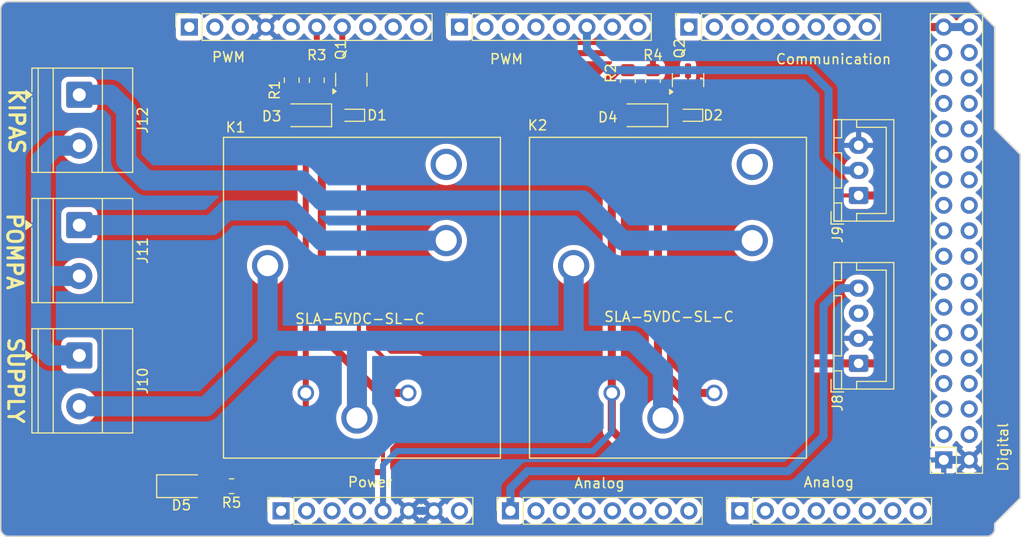
<source format=kicad_pcb>
(kicad_pcb (version 20241229) (generator "pcbnew") (generator_version "9.0")
  (title_block (date "mar. 31 mars 2015"))
  (layers (0 "F.Cu" signal) (2 "B.Cu" signal) (13 "F.Paste" user) (15 "B.Paste" user) (5 "F.SilkS" user "F.Silkscreen") (7 "B.SilkS" user "B.Silkscreen") (1 "F.Mask" user) (3 "B.Mask" user) (25 "Edge.Cuts" user))
  (net 0 "")
  (net 1 "GND")
  (net 2 "/*52")
  (net 3 "/53")
  (net 4 "/50")
  (net 5 "/51")
  (net 6 "/48")
  (net 7 "/49")
  (net 8 "/*46")
  (net 9 "/47")
  (net 10 "/*44")
  (net 11 "/*45")
  (net 12 "/42")
  (net 13 "/43")
  (net 14 "/40")
  (net 15 "/41")
  (net 16 "/38")
  (net 17 "/39")
  (net 18 "/36")
  (net 19 "/37")
  (net 20 "/34")
  (net 21 "/35")
  (net 22 "/32")
  (net 23 "/33")
  (net 24 "/30")
  (net 25 "/31")
  (net 26 "/28")
  (net 27 "/29")
  (net 28 "/26")
  (net 29 "/27")
  (net 30 "/24")
  (net 31 "/25")
  (net 32 "/22")
  (net 33 "/23")
  (net 34 "+5V")
  (net 35 "/IOREF")
  (net 36 "/A0")
  (net 37 "/A1")
  (net 38 "/A2")
  (net 39 "/A3")
  (net 40 "/A4")
  (net 41 "/A5")
  (net 42 "/A6")
  (net 43 "/A7")
  (net 44 "/A8")
  (net 45 "/A9")
  (net 46 "/A10")
  (net 47 "/A11")
  (net 48 "/A12")
  (net 49 "/A13")
  (net 50 "/A14")
  (net 51 "/A15")
  (net 52 "/AREF")
  (net 53 "/*13")
  (net 54 "/*12")
  (net 55 "/*11")
  (net 56 "/*10")
  (net 57 "/*9")
  (net 58 "/*8")
  (net 59 "/*7")
  (net 60 "/*6")
  (net 61 "/*5")
  (net 62 "/*4")
  (net 63 "/*3")
  (net 64 "/*2")
  (net 65 "/TX0{slash}1")
  (net 66 "/RX0{slash}0")
  (net 67 "+3V3")
  (net 68 "/TX3{slash}14")
  (net 69 "/RX3{slash}15")
  (net 70 "/TX2{slash}16")
  (net 71 "/RX2{slash}17")
  (net 72 "/TX1{slash}18")
  (net 73 "/RX1{slash}19")
  (net 74 "/SDA{slash}20")
  (net 75 "/SCL{slash}21")
  (net 76 "VCC")
  (net 77 "/~{RESET}")
  (net 82 "/VEE")
  (net 83 "/VDD")
  (net 84 "/PUMP")
  (net 85 "/FAN")
  (net 86 "Net-(D1-A)")
  (net 87 "Net-(D2-A)")
  (net 88 "Net-(D3-A)")
  (net 89 "Net-(D4-A)")
  (net 90 "Net-(Q1-B)")
  (net 91 "Net-(Q2-B)")
  (net 92 "Net-(D5-A)")
  (footprint "Connector_PinSocket_2.54mm:PinSocket_2x18_P2.54mm_Vertical" (layer "F.Cu") (at 193.98 92.38 180)
    (property "Reference" "J7" (hide yes))
    (property "Value" "Digital" (at -5.92 1.28 90) (layer "F.SilkS"))
    (fp_line (start 1.33 1.27) (end 1.33 44.51) (stroke (width 0.12)) (layer "F.SilkS"))
    (fp_line (start 1.33 -1.33) (end 1.33 0) (stroke (width 0.12)) (layer "F.SilkS"))
    (fp_line (start 0 -1.33) (end 1.33 -1.33) (stroke (width 0.12)) (layer "F.SilkS"))
    (fp_line (start -1.27 1.27) (end 1.33 1.27) (stroke (width 0.12)) (layer "F.SilkS"))
    (fp_line (start -1.27 -1.33) (end -1.27 1.27) (stroke (width 0.12)) (layer "F.SilkS"))
    (fp_line (start -3.87 44.51) (end 1.33 44.51) (stroke (width 0.12)) (layer "F.SilkS"))
    (fp_line (start -3.87 -1.33) (end -1.27 -1.33) (stroke (width 0.12)) (layer "F.SilkS"))
    (fp_line (start -3.87 -1.33) (end -3.87 44.51) (stroke (width 0.12)) (layer "F.SilkS"))
    (pad "1" thru_hole rect (at 0 0 180) (size 1.7 1.7) (drill 1) (layers "*.Cu" "*.Mask") (net 1 "GND"))
    (pad "2" thru_hole circle (at -2.54 0 180) (size 1.7 1.7) (drill 1) (layers "*.Cu" "*.Mask") (net 1 "GND"))
    (pad "3" thru_hole circle (at 0 2.54 180) (size 1.7 1.7) (drill 1) (layers "*.Cu" "*.Mask") (net 2 "/*52"))
    (pad "4" thru_hole circle (at -2.54 2.54 180) (size 1.7 1.7) (drill 1) (layers "*.Cu" "*.Mask") (net 3 "/53"))
    (pad "5" thru_hole circle (at 0 5.08 180) (size 1.7 1.7) (drill 1) (layers "*.Cu" "*.Mask") (net 4 "/50"))
    (pad "6" thru_hole circle (at -2.54 5.08 180) (size 1.7 1.7) (drill 1) (layers "*.Cu" "*.Mask") (net 5 "/51"))
    (pad "7" thru_hole circle (at 0 7.62 180) (size 1.7 1.7) (drill 1) (layers "*.Cu" "*.Mask") (net 6 "/48"))
    (pad "8" thru_hole circle (at -2.54 7.62 180) (size 1.7 1.7) (drill 1) (layers "*.Cu" "*.Mask") (net 7 "/49"))
    (pad "9" thru_hole circle (at 0 10.16 180) (size 1.7 1.7) (drill 1) (layers "*.Cu" "*.Mask") (net 8 "/*46"))
    (pad "10" thru_hole circle (at -2.54 10.16 180) (size 1.7 1.7) (drill 1) (layers "*.Cu" "*.Mask") (net 9 "/47"))
    (pad "11" thru_hole circle (at 0 12.7 180) (size 1.7 1.7) (drill 1) (layers "*.Cu" "*.Mask") (net 10 "/*44"))
    (pad "12" thru_hole circle (at -2.54 12.7 180) (size 1.7 1.7) (drill 1) (layers "*.Cu" "*.Mask") (net 11 "/*45"))
    (pad "13" thru_hole circle (at 0 15.24 180) (size 1.7 1.7) (drill 1) (layers "*.Cu" "*.Mask") (net 12 "/42"))
    (pad "14" thru_hole circle (at -2.54 15.24 180) (size 1.7 1.7) (drill 1) (layers "*.Cu" "*.Mask") (net 13 "/43"))
    (pad "15" thru_hole circle (at 0 17.78 180) (size 1.7 1.7) (drill 1) (layers "*.Cu" "*.Mask") (net 14 "/40"))
    (pad "16" thru_hole circle (at -2.54 17.78 180) (size 1.7 1.7) (drill 1) (layers "*.Cu" "*.Mask") (net 15 "/41"))
    (pad "17" thru_hole circle (at 0 20.32 180) (size 1.7 1.7) (drill 1) (layers "*.Cu" "*.Mask") (net 16 "/38"))
    (pad "18" thru_hole circle (at -2.54 20.32 180) (size 1.7 1.7) (drill 1) (layers "*.Cu" "*.Mask") (net 17 "/39"))
    (pad "19" thru_hole circle (at 0 22.86 180) (size 1.7 1.7) (drill 1) (layers "*.Cu" "*.Mask") (net 18 "/36"))
    (pad "20" thru_hole circle (at -2.54 22.86 180) (size 1.7 1.7) (drill 1) (layers "*.Cu" "*.Mask") (net 19 "/37"))
    (pad "21" thru_hole circle (at 0 25.4 180) (size 1.7 1.7) (drill 1) (layers "*.Cu" "*.Mask") (net 20 "/34"))
    (pad "22" thru_hole circle (at -2.54 25.4 180) (size 1.7 1.7) (drill 1) (layers "*.Cu" "*.Mask") (net 21 "/35"))
    (pad "23" thru_hole circle (at 0 27.94 180) (size 1.7 1.7) (drill 1) (layers "*.Cu" "*.Mask") (net 22 "/32"))
    (pad "24" thru_hole circle (at -2.54 27.94 180) (size 1.7 1.7) (drill 1) (layers "*.Cu" "*.Mask") (net 23 "/33"))
    (pad "25" thru_hole circle (at 0 30.48 180) (size 1.7 1.7) (drill 1) (layers "*.Cu" "*.Mask") (net 24 "/30"))
    (pad "26" thru_hole circle (at -2.54 30.48 180) (size 1.7 1.7) (drill 1) (layers "*.Cu" "*.Mask") (net 25 "/31"))
    (pad "27" thru_hole circle (at 0 33.02 180) (size 1.7 1.7) (drill 1) (layers "*.Cu" "*.Mask") (net 26 "/28"))
    (pad "28" thru_hole circle (at -2.54 33.02 180) (size 1.7 1.7) (drill 1) (layers "*.Cu" "*.Mask") (net 27 "/29"))
    (pad "29" thru_hole circle (at 0 35.56 180) (size 1.7 1.7) (drill 1) (layers "*.Cu" "*.Mask") (net 28 "/26"))
    (pad "30" thru_hole circle (at -2.54 35.56 180) (size 1.7 1.7) (drill 1) (layers "*.Cu" "*.Mask") (net 29 "/27"))
    (pad "31" thru_hole circle (at 0 38.1 180) (size 1.7 1.7) (drill 1) (layers "*.Cu" "*.Mask") (net 30 "/24"))
    (pad "32" thru_hole circle (at -2.54 38.1 180) (size 1.7 1.7) (drill 1) (layers "*.Cu" "*.Mask") (net 31 "/25"))
    (pad "33" thru_hole circle (at 0 40.64 180) (size 1.7 1.7) (drill 1) (layers "*.Cu" "*.Mask") (net 32 "/22"))
    (pad "34" thru_hole circle (at -2.54 40.64 180) (size 1.7 1.7) (drill 1) (layers "*.Cu" "*.Mask") (net 33 "/23"))
    (pad "35" thru_hole circle (at 0 43.18 180) (size 1.7 1.7) (drill 1) (layers "*.Cu" "*.Mask") (net 34 "+5V"))
    (pad "36" thru_hole circle (at -2.54 43.18 180) (size 1.7 1.7) (drill 1) (layers "*.Cu" "*.Mask") (net 34 "+5V"))
  )
  (footprint "Connector_PinSocket_2.54mm:PinSocket_1x08_P2.54mm_Vertical" (layer "F.Cu") (at 127.94 97.46 90)
    (property "Reference" "J1" (hide yes))
    (property "Value" "Power" (at 2.86 8.875 180) (layer "F.SilkS"))
    (fp_line (start 1.33 -1.33) (end 1.33 0) (stroke (width 0.12)) (layer "F.SilkS"))
    (fp_line (start 0 -1.33) (end 1.33 -1.33) (stroke (width 0.12)) (layer "F.SilkS"))
    (fp_line (start 1.33 1.27) (end 1.33 19.11) (stroke (width 0.12)) (layer "F.SilkS"))
    (fp_line (start -1.33 1.27) (end 1.33 1.27) (stroke (width 0.12)) (layer "F.SilkS"))
    (fp_line (start -1.33 1.27) (end -1.33 19.11) (stroke (width 0.12)) (layer "F.SilkS"))
    (fp_line (start -1.33 19.11) (end 1.33 19.11) (stroke (width 0.12)) (layer "F.SilkS"))
    (pad "1" thru_hole rect (at 0 0 90) (size 1.7 1.7) (drill 1) (layers "*.Cu" "*.Mask"))
    (pad "2" thru_hole circle (at 0 2.54 90) (size 1.7 1.7) (drill 1) (layers "*.Cu" "*.Mask") (net 35 "/IOREF"))
    (pad "3" thru_hole circle (at 0 5.08 90) (size 1.7 1.7) (drill 1) (layers "*.Cu" "*.Mask") (net 77 "/~{RESET}"))
    (pad "4" thru_hole circle (at 0 7.62 90) (size 1.7 1.7) (drill 1) (layers "*.Cu" "*.Mask") (net 67 "+3V3"))
    (pad "5" thru_hole circle (at 0 10.16 90) (size 1.7 1.7) (drill 1) (layers "*.Cu" "*.Mask") (net 34 "+5V"))
    (pad "6" thru_hole circle (at 0 12.7 90) (size 1.7 1.7) (drill 1) (layers "*.Cu" "*.Mask") (net 1 "GND"))
    (pad "7" thru_hole circle (at 0 15.24 90) (size 1.7 1.7) (drill 1) (layers "*.Cu" "*.Mask") (net 1 "GND"))
    (pad "8" thru_hole circle (at 0 17.78 90) (size 1.7 1.7) (drill 1) (layers "*.Cu" "*.Mask") (net 76 "VCC"))
  )
  (footprint "Connector_PinSocket_2.54mm:PinSocket_1x08_P2.54mm_Vertical" (layer "F.Cu") (at 150.8 97.46 90)
    (property "Reference" "J3" (hide yes))
    (property "Value" "Analog" (at 2.76 8.875 180) (layer "F.SilkS"))
    (fp_line (start 1.33 -1.33) (end 1.33 0) (stroke (width 0.12)) (layer "F.SilkS"))
    (fp_line (start 0 -1.33) (end 1.33 -1.33) (stroke (width 0.12)) (layer "F.SilkS"))
    (fp_line (start 1.33 1.27) (end 1.33 19.11) (stroke (width 0.12)) (layer "F.SilkS"))
    (fp_line (start -1.33 1.27) (end 1.33 1.27) (stroke (width 0.12)) (layer "F.SilkS"))
    (fp_line (start -1.33 1.27) (end -1.33 19.11) (stroke (width 0.12)) (layer "F.SilkS"))
    (fp_line (start -1.33 19.11) (end 1.33 19.11) (stroke (width 0.12)) (layer "F.SilkS"))
    (pad "1" thru_hole rect (at 0 0 90) (size 1.7 1.7) (drill 1) (layers "*.Cu" "*.Mask") (net 36 "/A0"))
    (pad "2" thru_hole circle (at 0 2.54 90) (size 1.7 1.7) (drill 1) (layers "*.Cu" "*.Mask") (net 37 "/A1"))
    (pad "3" thru_hole circle (at 0 5.08 90) (size 1.7 1.7) (drill 1) (layers "*.Cu" "*.Mask") (net 38 "/A2"))
    (pad "4" thru_hole circle (at 0 7.62 90) (size 1.7 1.7) (drill 1) (layers "*.Cu" "*.Mask") (net 39 "/A3"))
    (pad "5" thru_hole circle (at 0 10.16 90) (size 1.7 1.7) (drill 1) (layers "*.Cu" "*.Mask") (net 40 "/A4"))
    (pad "6" thru_hole circle (at 0 12.7 90) (size 1.7 1.7) (drill 1) (layers "*.Cu" "*.Mask") (net 41 "/A5"))
    (pad "7" thru_hole circle (at 0 15.24 90) (size 1.7 1.7) (drill 1) (layers "*.Cu" "*.Mask") (net 42 "/A6"))
    (pad "8" thru_hole circle (at 0 17.78 90) (size 1.7 1.7) (drill 1) (layers "*.Cu" "*.Mask") (net 43 "/A7"))
  )
  (footprint "Connector_PinSocket_2.54mm:PinSocket_1x08_P2.54mm_Vertical" (layer "F.Cu") (at 173.66 97.46 90)
    (property "Reference" "J5" (hide yes))
    (property "Value" "Analog" (at 2.86 8.875 180) (layer "F.SilkS"))
    (fp_line (start 1.33 -1.33) (end 1.33 0) (stroke (width 0.12)) (layer "F.SilkS"))
    (fp_line (start 0 -1.33) (end 1.33 -1.33) (stroke (width 0.12)) (layer "F.SilkS"))
    (fp_line (start 1.33 1.27) (end 1.33 19.11) (stroke (width 0.12)) (layer "F.SilkS"))
    (fp_line (start -1.33 1.27) (end 1.33 1.27) (stroke (width 0.12)) (layer "F.SilkS"))
    (fp_line (start -1.33 1.27) (end -1.33 19.11) (stroke (width 0.12)) (layer "F.SilkS"))
    (fp_line (start -1.33 19.11) (end 1.33 19.11) (stroke (width 0.12)) (layer "F.SilkS"))
    (pad "1" thru_hole rect (at 0 0 90) (size 1.7 1.7) (drill 1) (layers "*.Cu" "*.Mask") (net 44 "/A8"))
    (pad "2" thru_hole circle (at 0 2.54 90) (size 1.7 1.7) (drill 1) (layers "*.Cu" "*.Mask") (net 45 "/A9"))
    (pad "3" thru_hole circle (at 0 5.08 90) (size 1.7 1.7) (drill 1) (layers "*.Cu" "*.Mask") (net 46 "/A10"))
    (pad "4" thru_hole circle (at 0 7.62 90) (size 1.7 1.7) (drill 1) (layers "*.Cu" "*.Mask") (net 47 "/A11"))
    (pad "5" thru_hole circle (at 0 10.16 90) (size 1.7 1.7) (drill 1) (layers "*.Cu" "*.Mask") (net 48 "/A12"))
    (pad "6" thru_hole circle (at 0 12.7 90) (size 1.7 1.7) (drill 1) (layers "*.Cu" "*.Mask") (net 49 "/A13"))
    (pad "7" thru_hole circle (at 0 15.24 90) (size 1.7 1.7) (drill 1) (layers "*.Cu" "*.Mask") (net 50 "/A14"))
    (pad "8" thru_hole circle (at 0 17.78 90) (size 1.7 1.7) (drill 1) (layers "*.Cu" "*.Mask") (net 51 "/A15"))
  )
  (footprint "Connector_PinSocket_2.54mm:PinSocket_1x10_P2.54mm_Vertical" (layer "F.Cu") (at 118.796 49.2 90)
    (property "Reference" "J2" (hide yes))
    (property "Value" "PWM" (at -3 3.904 180) (layer "F.SilkS"))
    (fp_line (start 1.33 -1.33) (end 1.33 0) (stroke (width 0.12)) (layer "F.SilkS"))
    (fp_line (start 0 -1.33) (end 1.33 -1.33) (stroke (width 0.12)) (layer "F.SilkS"))
    (fp_line (start 1.33 1.27) (end 1.33 24.19) (stroke (width 0.12)) (layer "F.SilkS"))
    (fp_line (start -1.33 1.27) (end 1.33 1.27) (stroke (width 0.12)) (layer "F.SilkS"))
    (fp_line (start -1.33 1.27) (end -1.33 24.19) (stroke (width 0.12)) (layer "F.SilkS"))
    (fp_line (start -1.33 24.19) (end 1.33 24.19) (stroke (width 0.12)) (layer "F.SilkS"))
    (pad "1" thru_hole rect (at 0 0 90) (size 1.7 1.7) (drill 1) (layers "*.Cu" "*.Mask") (net 75 "/SCL{slash}21"))
    (pad "2" thru_hole circle (at 0 2.54 90) (size 1.7 1.7) (drill 1) (layers "*.Cu" "*.Mask") (net 74 "/SDA{slash}20"))
    (pad "3" thru_hole circle (at 0 5.08 90) (size 1.7 1.7) (drill 1) (layers "*.Cu" "*.Mask") (net 52 "/AREF"))
    (pad "4" thru_hole circle (at 0 7.62 90) (size 1.7 1.7) (drill 1) (layers "*.Cu" "*.Mask") (net 1 "GND"))
    (pad "5" thru_hole circle (at 0 10.16 90) (size 1.7 1.7) (drill 1) (layers "*.Cu" "*.Mask") (net 53 "/*13"))
    (pad "6" thru_hole circle (at 0 12.7 90) (size 1.7 1.7) (drill 1) (layers "*.Cu" "*.Mask") (net 54 "/*12"))
    (pad "7" thru_hole circle (at 0 15.24 90) (size 1.7 1.7) (drill 1) (layers "*.Cu" "*.Mask") (net 55 "/*11"))
    (pad "8" thru_hole circle (at 0 17.78 90) (size 1.7 1.7) (drill 1) (layers "*.Cu" "*.Mask") (net 56 "/*10"))
    (pad "9" thru_hole circle (at 0 20.32 90) (size 1.7 1.7) (drill 1) (layers "*.Cu" "*.Mask") (net 57 "/*9"))
    (pad "10" thru_hole circle (at 0 22.86 90) (size 1.7 1.7) (drill 1) (layers "*.Cu" "*.Mask") (net 58 "/*8"))
  )
  (footprint "Connector_PinSocket_2.54mm:PinSocket_1x08_P2.54mm_Vertical" (layer "F.Cu") (at 145.72 49.2 90)
    (property "Reference" "J4" (hide yes))
    (property "Value" "PWM" (at -3.2 4.68 180) (layer "F.SilkS"))
    (fp_line (start 1.33 -1.33) (end 1.33 0) (stroke (width 0.12)) (layer "F.SilkS"))
    (fp_line (start 0 -1.33) (end 1.33 -1.33) (stroke (width 0.12)) (layer "F.SilkS"))
    (fp_line (start 1.33 1.27) (end 1.33 19.11) (stroke (width 0.12)) (layer "F.SilkS"))
    (fp_line (start -1.33 1.27) (end 1.33 1.27) (stroke (width 0.12)) (layer "F.SilkS"))
    (fp_line (start -1.33 1.27) (end -1.33 19.11) (stroke (width 0.12)) (layer "F.SilkS"))
    (fp_line (start -1.33 19.11) (end 1.33 19.11) (stroke (width 0.12)) (layer "F.SilkS"))
    (pad "1" thru_hole rect (at 0 0 90) (size 1.7 1.7) (drill 1) (layers "*.Cu" "*.Mask") (net 59 "/*7"))
    (pad "2" thru_hole circle (at 0 2.54 90) (size 1.7 1.7) (drill 1) (layers "*.Cu" "*.Mask") (net 60 "/*6"))
    (pad "3" thru_hole circle (at 0 5.08 90) (size 1.7 1.7) (drill 1) (layers "*.Cu" "*.Mask") (net 61 "/*5"))
    (pad "4" thru_hole circle (at 0 7.62 90) (size 1.7 1.7) (drill 1) (layers "*.Cu" "*.Mask") (net 62 "/*4"))
    (pad "5" thru_hole circle (at 0 10.16 90) (size 1.7 1.7) (drill 1) (layers "*.Cu" "*.Mask") (net 63 "/*3"))
    (pad "6" thru_hole circle (at 0 12.7 90) (size 1.7 1.7) (drill 1) (layers "*.Cu" "*.Mask") (net 64 "/*2"))
    (pad "7" thru_hole circle (at 0 15.24 90) (size 1.7 1.7) (drill 1) (layers "*.Cu" "*.Mask") (net 65 "/TX0{slash}1"))
    (pad "8" thru_hole circle (at 0 17.78 90) (size 1.7 1.7) (drill 1) (layers "*.Cu" "*.Mask") (net 66 "/RX0{slash}0"))
  )
  (footprint "Connector_PinSocket_2.54mm:PinSocket_1x08_P2.54mm_Vertical" (layer "F.Cu") (at 168.58 49.2 90)
    (property "Reference" "J6" (hide yes))
    (property "Value" "Communication" (at -3.2 14.42 180) (layer "F.SilkS"))
    (fp_line (start 1.33 -1.33) (end 1.33 0) (stroke (width 0.12)) (layer "F.SilkS"))
    (fp_line (start 0 -1.33) (end 1.33 -1.33) (stroke (width 0.12)) (layer "F.SilkS"))
    (fp_line (start 1.33 1.27) (end 1.33 19.11) (stroke (width 0.12)) (layer "F.SilkS"))
    (fp_line (start -1.33 1.27) (end 1.33 1.27) (stroke (width 0.12)) (layer "F.SilkS"))
    (fp_line (start -1.33 1.27) (end -1.33 19.11) (stroke (width 0.12)) (layer "F.SilkS"))
    (fp_line (start -1.33 19.11) (end 1.33 19.11) (stroke (width 0.12)) (layer "F.SilkS"))
    (pad "1" thru_hole rect (at 0 0 90) (size 1.7 1.7) (drill 1) (layers "*.Cu" "*.Mask") (net 68 "/TX3{slash}14"))
    (pad "2" thru_hole circle (at 0 2.54 90) (size 1.7 1.7) (drill 1) (layers "*.Cu" "*.Mask") (net 69 "/RX3{slash}15"))
    (pad "3" thru_hole circle (at 0 5.08 90) (size 1.7 1.7) (drill 1) (layers "*.Cu" "*.Mask") (net 70 "/TX2{slash}16"))
    (pad "4" thru_hole circle (at 0 7.62 90) (size 1.7 1.7) (drill 1) (layers "*.Cu" "*.Mask") (net 71 "/RX2{slash}17"))
    (pad "5" thru_hole circle (at 0 10.16 90) (size 1.7 1.7) (drill 1) (layers "*.Cu" "*.Mask") (net 72 "/TX1{slash}18"))
    (pad "6" thru_hole circle (at 0 12.7 90) (size 1.7 1.7) (drill 1) (layers "*.Cu" "*.Mask") (net 73 "/RX1{slash}19"))
    (pad "7" thru_hole circle (at 0 15.24 90) (size 1.7 1.7) (drill 1) (layers "*.Cu" "*.Mask"))
    (pad "8" thru_hole circle (at 0 17.78 90) (size 1.7 1.7) (drill 1) (layers "*.Cu" "*.Mask"))
  )
  (footprint "Diode_SMD:D_SOD-523" (layer "F.Cu") (at 135 58 180)
    (property "Reference" "D1" (at -2.5 0 0) (layer "F.SilkS"))
    (property "Value" "1N4148WT")
    (fp_line (start 0.7 0.6) (end -1.26 0.6) (stroke (width 0.12)) (layer "F.SilkS"))
    (fp_line (start 0.7 -0.6) (end -1.26 -0.6) (stroke (width 0.12)) (layer "F.SilkS"))
    (fp_line (start -1.26 -0.6) (end -1.26 0.6) (stroke (width 0.12)) (layer "F.SilkS"))
    (pad "1" smd roundrect (at -0.7 0) (size 0.6 0.7) (layers "F.Cu" "F.Mask" "F.Paste") (net 34 "+5V"))
    (pad "2" smd roundrect (at 0.7 0) (size 0.6 0.7) (layers "F.Cu" "F.Mask" "F.Paste") (net 86 "Net-(D1-A)"))
  )
  (footprint "Resistor_SMD:R_0805_2012Metric_Pad1.20x1.40mm_HandSolder" (layer "F.Cu") (at 129 54.5 -90)
    (property "Reference" "R1" (at 1 1.7 90) (layer "F.SilkS"))
    (property "Value" "1K")
    (fp_line (start -0.227064 0.735) (end 0.227064 0.735) (stroke (width 0.12)) (layer "F.SilkS"))
    (fp_line (start -0.227064 -0.735) (end 0.227064 -0.735) (stroke (width 0.12)) (layer "F.SilkS"))
    (pad "1" smd roundrect (at -1 0 270) (size 1.2 1.4) (layers "F.Cu" "F.Mask" "F.Paste") (roundrect_rratio 0.208333) (net 34 "+5V"))
    (pad "2" smd roundrect (at 1 0 270) (size 1.2 1.4) (layers "F.Cu" "F.Mask" "F.Paste") (roundrect_rratio 0.208333) (net 88 "Net-(D3-A)"))
  )
  (footprint "TerminalBlock_Phoenix:TerminalBlock_Phoenix_MKDS-1,5-2-5.08_1x02_P5.08mm_Horizontal" (layer "F.Cu") (at 107.8275 55.955 -90)
    (property "Reference" "J12" (at 2.54 -6.32 90) (layer "F.SilkS"))
    (property "Value" "KIPAS")
    (fp_line (start -2.66 4.72) (end -0.3 4.72) (stroke (width 0.12)) (layer "F.SilkS"))
    (fp_line (start 0.3 4.72) (end 7.74 4.72) (stroke (width 0.12)) (layer "F.SilkS"))
    (fp_line (start -2.66 4.1) (end 7.74 4.1) (stroke (width 0.12)) (layer "F.SilkS"))
    (fp_line (start -2.66 2.6) (end 7.74 2.6) (stroke (width 0.12)) (layer "F.SilkS"))
    (fp_line (start -2.66 -2.3) (end 7.74 -2.3) (stroke (width 0.12)) (layer "F.SilkS"))
    (fp_line (start -2.66 -5.32) (end -2.66 4.72) (stroke (width 0.12)) (layer "F.SilkS"))
    (fp_line (start -2.66 -5.32) (end 7.74 -5.32) (stroke (width 0.12)) (layer "F.SilkS"))
    (fp_line (start 7.74 -5.32) (end 7.74 4.72) (stroke (width 0.12)) (layer "F.SilkS"))
    (fp_poly (pts (xy 0 4.72) (xy 0.44 5.33) (xy -0.44 5.33)) (stroke (width 0.12)) (fill yes) (layer "F.SilkS"))
    (pad "1" thru_hole roundrect (at 0 0 270) (size 2.6 2.6) (drill 1.3) (layers "*.Cu" "*.Mask") (roundrect_rratio 0.096154) (net 85 "/FAN"))
    (pad "2" thru_hole circle (at 5.08 0 270) (size 2.6 2.6) (drill 1.3) (layers "*.Cu" "*.Mask") (net 82 "/VEE"))
  )
  (footprint "Package_TO_SOT_SMD:SOT-23" (layer "F.Cu") (at 168.5 54.5 90)
    (property "Reference" "Q2" (at 3.1625 -0.85 90) (layer "F.SilkS"))
    (property "Value" "SS8050")
    (fp_line (start 0 -1.56) (end 0.65 -1.56) (stroke (width 0.12)) (layer "F.SilkS"))
    (fp_line (start 0 -1.56) (end -0.65 -1.56) (stroke (width 0.12)) (layer "F.SilkS"))
    (fp_line (start 0 1.56) (end 0.65 1.56) (stroke (width 0.12)) (layer "F.SilkS"))
    (fp_line (start 0 1.56) (end -0.65 1.56) (stroke (width 0.12)) (layer "F.SilkS"))
    (fp_poly (pts (xy -1.1625 -1.51) (xy -1.4025 -1.84) (xy -0.9225 -1.84)) (stroke (width 0.12)) (fill yes) (layer "F.SilkS"))
    (pad "1" smd roundrect (at -0.9375 -0.95 90) (size 1.475 0.6) (layers "F.Cu" "F.Mask" "F.Paste") (net 91 "Net-(Q2-B)"))
    (pad "2" smd roundrect (at -0.9375 0.95 90) (size 1.475 0.6) (layers "F.Cu" "F.Mask" "F.Paste") (net 1 "GND"))
    (pad "3" smd roundrect (at 0.9375 0 90) (size 1.475 0.6) (layers "F.Cu" "F.Mask" "F.Paste") (net 87 "Net-(D2-A)"))
  )
  (footprint "Resistor_SMD:R_0805_2012Metric_Pad1.20x1.40mm_HandSolder" (layer "F.Cu") (at 131.5 54.5 -90)
    (property "Reference" "R3" (at -2.5 0 180) (layer "F.SilkS"))
    (property "Value" "1K")
    (fp_line (start -0.227064 0.735) (end 0.227064 0.735) (stroke (width 0.12)) (layer "F.SilkS"))
    (fp_line (start -0.227064 -0.735) (end 0.227064 -0.735) (stroke (width 0.12)) (layer "F.SilkS"))
    (pad "1" smd roundrect (at -1 0 270) (size 1.2 1.4) (layers "F.Cu" "F.Mask" "F.Paste") (roundrect_rratio 0.208333) (net 54 "/*12"))
    (pad "2" smd roundrect (at 1 0 270) (size 1.2 1.4) (layers "F.Cu" "F.Mask" "F.Paste") (roundrect_rratio 0.208333) (net 90 "Net-(Q1-B)"))
  )
  (footprint "Connector_JST:JST_XH_B4B-XH-A_1x04_P2.50mm_Vertical" (layer "F.Cu") (at 185.5 82.75 90)
    (property "Reference" "J8" (at -3.95 -2.1 90) (layer "F.SilkS"))
    (property "Value" "Sensor YL-69")
    (fp_line (start -1.6 -2.75) (end -2.85 -2.75) (stroke (width 0.12)) (layer "F.SilkS"))
    (fp_line (start -2.85 -2.75) (end -2.85 -1.5) (stroke (width 0.12)) (layer "F.SilkS"))
    (fp_line (start 10.06 -2.46) (end -2.56 -2.46) (stroke (width 0.12)) (layer "F.SilkS"))
    (fp_line (start -2.56 -2.46) (end -2.56 3.51) (stroke (width 0.12)) (layer "F.SilkS"))
    (fp_line (start 10.05 -2.45) (end 8.25 -2.45) (stroke (width 0.12)) (layer "F.SilkS"))
    (fp_line (start 8.25 -2.45) (end 8.25 -1.7) (stroke (width 0.12)) (layer "F.SilkS"))
    (fp_line (start 6.75 -2.45) (end 0.75 -2.45) (stroke (width 0.12)) (layer "F.SilkS"))
    (fp_line (start 0.75 -2.45) (end 0.75 -1.7) (stroke (width 0.12)) (layer "F.SilkS"))
    (fp_line (start -0.75 -2.45) (end -2.55 -2.45) (stroke (width 0.12)) (layer "F.SilkS"))
    (fp_line (start -2.55 -2.45) (end -2.55 -1.7) (stroke (width 0.12)) (layer "F.SilkS"))
    (fp_line (start 10.05 -1.7) (end 10.05 -2.45) (stroke (width 0.12)) (layer "F.SilkS"))
    (fp_line (start 8.25 -1.7) (end 10.05 -1.7) (stroke (width 0.12)) (layer "F.SilkS"))
    (fp_line (start 6.75 -1.7) (end 6.75 -2.45) (stroke (width 0.12)) (layer "F.SilkS"))
    (fp_line (start 0.75 -1.7) (end 6.75 -1.7) (stroke (width 0.12)) (layer "F.SilkS"))
    (fp_line (start -0.75 -1.7) (end -0.75 -2.45) (stroke (width 0.12)) (layer "F.SilkS"))
    (fp_line (start -2.55 -1.7) (end -0.75 -1.7) (stroke (width 0.12)) (layer "F.SilkS"))
    (fp_line (start 10.05 -0.2) (end 9.3 -0.2) (stroke (width 0.12)) (layer "F.SilkS"))
    (fp_line (start 9.3 -0.2) (end 9.3 2.75) (stroke (width 0.12)) (layer "F.SilkS"))
    (fp_line (start -1.8 -0.2) (end -1.8 2.75) (stroke (width 0.12)) (layer "F.SilkS"))
    (fp_line (start -2.55 -0.2) (end -1.8 -0.2) (stroke (width 0.12)) (layer "F.SilkS"))
    (fp_line (start 9.3 2.75) (end 3.75 2.75) (stroke (width 0.12)) (layer "F.SilkS"))
    (fp_line (start -1.8 2.75) (end 3.75 2.75) (stroke (width 0.12)) (layer "F.SilkS"))
    (fp_line (start 10.06 3.51) (end 10.06 -2.46) (stroke (width 0.12)) (layer "F.SilkS"))
    (fp_line (start -2.56 3.51) (end 10.06 3.51) (stroke (width 0.12)) (layer "F.SilkS"))
    (pad "1" thru_hole roundrect (at 0 0 90) (size 1.7 1.95) (drill 0.95) (layers "*.Cu" "*.Mask") (roundrect_rratio 0.147059) (net 34 "+5V"))
    (pad "2" thru_hole oval (at 2.5 0 90) (size 1.7 1.95) (drill 0.95) (layers "*.Cu" "*.Mask") (net 1 "GND"))
    (pad "3" thru_hole oval (at 5 0 90) (size 1.7 1.95) (drill 0.95) (layers "*.Cu" "*.Mask"))
    (pad "4" thru_hole oval (at 7.5 0 90) (size 1.7 1.95) (drill 0.95) (layers "*.Cu" "*.Mask") (net 36 "/A0"))
  )
  (footprint "TerminalBlock_Phoenix:TerminalBlock_Phoenix_MKDS-1,5-2-5.08_1x02_P5.08mm_Horizontal" (layer "F.Cu") (at 107.8275 68.955 -90)
    (property "Reference" "J11" (at 2.54 -6.32 90) (layer "F.SilkS"))
    (property "Value" "POMPA")
    (fp_line (start -2.66 4.72) (end -0.3 4.72) (stroke (width 0.12)) (layer "F.SilkS"))
    (fp_line (start 0.3 4.72) (end 7.74 4.72) (stroke (width 0.12)) (layer "F.SilkS"))
    (fp_line (start -2.66 4.1) (end 7.74 4.1) (stroke (width 0.12)) (layer "F.SilkS"))
    (fp_line (start -2.66 2.6) (end 7.74 2.6) (stroke (width 0.12)) (layer "F.SilkS"))
    (fp_line (start -2.66 -2.3) (end 7.74 -2.3) (stroke (width 0.12)) (layer "F.SilkS"))
    (fp_line (start -2.66 -5.32) (end -2.66 4.72) (stroke (width 0.12)) (layer "F.SilkS"))
    (fp_line (start -2.66 -5.32) (end 7.74 -5.32) (stroke (width 0.12)) (layer "F.SilkS"))
    (fp_line (start 7.74 -5.32) (end 7.74 4.72) (stroke (width 0.12)) (layer "F.SilkS"))
    (fp_poly (pts (xy 0 4.72) (xy 0.44 5.33) (xy -0.44 5.33)) (stroke (width 0.12)) (fill yes) (layer "F.SilkS"))
    (pad "1" thru_hole roundrect (at 0 0 270) (size 2.6 2.6) (drill 1.3) (layers "*.Cu" "*.Mask") (roundrect_rratio 0.096154) (net 84 "/PUMP"))
    (pad "2" thru_hole circle (at 5.08 0 270) (size 2.6 2.6) (drill 1.3) (layers "*.Cu" "*.Mask") (net 82 "/VEE"))
  )
  (footprint "SLA-12VDC-SL-C:RELAY_SLA-12VDC-SL-C" (layer "F.Cu") (at 135.5 70.5)
    (property "Reference" "K1" (at -12.1 -11.3 0) (layer "F.SilkS"))
    (property "Value" "SLA-5VDC-SL-C" (at 0.3 7.8 0) (layer "F.SilkS"))
    (fp_line (start -13.3 -10.3) (end 14.3 -10.3) (stroke (width 0.127)) (layer "F.SilkS"))
    (fp_line (start -13.3 21.7) (end -13.3 -10.3) (stroke (width 0.127)) (layer "F.SilkS"))
    (fp_line (start 14.3 -10.3) (end 14.3 21.7) (stroke (width 0.127)) (layer "F.SilkS"))
    (fp_line (start 14.3 21.7) (end -13.3 21.7) (stroke (width 0.127)) (layer "F.SilkS"))
    (pad "C1" thru_hole circle (at -5.1 15.2) (size 1.65 1.65) (drill 1.1) (layers "*.Cu" "*.Mask") (net 34 "+5V"))
    (pad "C2" thru_hole circle (at 5.1 15.2) (size 1.65 1.65) (drill 1.1) (layers "*.Cu" "*.Mask") (net 86 "Net-(D1-A)"))
    (pad "COM1" thru_hole circle (at 0 17.7) (size 3.116 3.116) (drill 2.1) (layers "*.Cu" "*.Mask") (net 83 "/VDD"))
    (pad "COM2" thru_hole circle (at -8.9 2.5) (size 3.116 3.116) (drill 2.1) (layers "*.Cu" "*.Mask") (net 83 "/VDD"))
    (pad "NC" thru_hole circle (at 8.9 -7.6) (size 3.116 3.116) (drill 2.1) (layers "*.Cu" "*.Mask"))
    (pad "NO" thru_hole circle (at 8.9 0) (size 3.116 3.116) (drill 2.1) (layers "*.Cu" "*.Mask") (net 84 "/PUMP"))
  )
  (footprint "Resistor_SMD:R_0805_2012Metric_Pad1.20x1.40mm_HandSolder" (layer "F.Cu") (at 165 54.5 -90)
    (property "Reference" "R4" (at -2.5 0 180) (layer "F.SilkS"))
    (property "Value" "1K")
    (fp_line (start -0.227064 0.735) (end 0.227064 0.735) (stroke (width 0.12)) (layer "F.SilkS"))
    (fp_line (start -0.227064 -0.735) (end 0.227064 -0.735) (stroke (width 0.12)) (layer "F.SilkS"))
    (pad "1" smd roundrect (at -1 0 270) (size 1.2 1.4) (layers "F.Cu" "F.Mask" "F.Paste") (roundrect_rratio 0.208333) (net 55 "/*11"))
    (pad "2" smd roundrect (at 1 0 270) (size 1.2 1.4) (layers "F.Cu" "F.Mask" "F.Paste") (roundrect_rratio 0.208333) (net 91 "Net-(Q2-B)"))
  )
  (footprint "Diode_SMD:D_SOD-523" (layer "F.Cu") (at 168.7 58 180)
    (property "Reference" "D2" (at -2.3 0 0) (layer "F.SilkS"))
    (property "Value" "1N4148WT")
    (fp_line (start 0.7 0.6) (end -1.26 0.6) (stroke (width 0.12)) (layer "F.SilkS"))
    (fp_line (start 0.7 -0.6) (end -1.26 -0.6) (stroke (width 0.12)) (layer "F.SilkS"))
    (fp_line (start -1.26 -0.6) (end -1.26 0.6) (stroke (width 0.12)) (layer "F.SilkS"))
    (pad "1" smd roundrect (at -0.7 0) (size 0.6 0.7) (layers "F.Cu" "F.Mask" "F.Paste") (net 34 "+5V"))
    (pad "2" smd roundrect (at 0.7 0) (size 0.6 0.7) (layers "F.Cu" "F.Mask" "F.Paste") (net 87 "Net-(D2-A)"))
  )
  (footprint "LED_SMD:LED_1206_3216Metric_Pad1.42x1.75mm_HandSolder" (layer "F.Cu") (at 164.0125 58 180)
    (property "Reference" "D4" (at 3.5125 -0.2 0) (layer "F.SilkS"))
    (property "Value" "LED")
    (fp_line (start 1.6 -1.135) (end -2.46 -1.135) (stroke (width 0.12)) (layer "F.SilkS"))
    (fp_line (start -2.46 1.135) (end 1.6 1.135) (stroke (width 0.12)) (layer "F.SilkS"))
    (fp_line (start -2.46 -1.135) (end -2.46 1.135) (stroke (width 0.12)) (layer "F.SilkS"))
    (pad "1" smd roundrect (at -1.4875 0 180) (size 1.425 1.75) (layers "F.Cu" "F.Mask" "F.Paste") (roundrect_rratio 0.175439) (net 87 "Net-(D2-A)"))
    (pad "2" smd roundrect (at 1.4875 0 180) (size 1.425 1.75) (layers "F.Cu" "F.Mask" "F.Paste") (roundrect_rratio 0.175439) (net 89 "Net-(D4-A)"))
  )
  (footprint "Package_TO_SOT_SMD:SOT-23" (layer "F.Cu") (at 134.9375 54.45 90)
    (property "Reference" "Q1" (at 2.9625 -1.05 90) (layer "F.SilkS"))
    (property "Value" "SS8050")
    (fp_line (start 0 -1.56) (end 0.65 -1.56) (stroke (width 0.12)) (layer "F.SilkS"))
    (fp_line (start 0 -1.56) (end -0.65 -1.56) (stroke (width 0.12)) (layer "F.SilkS"))
    (fp_line (start 0 1.56) (end 0.65 1.56) (stroke (width 0.12)) (layer "F.SilkS"))
    (fp_line (start 0 1.56) (end -0.65 1.56) (stroke (width 0.12)) (layer "F.SilkS"))
    (fp_poly (pts (xy -1.1625 -1.51) (xy -1.4025 -1.84) (xy -0.9225 -1.84)) (stroke (width 0.12)) (fill yes) (layer "F.SilkS"))
    (pad "1" smd roundrect (at -0.9375 -0.95 90) (size 1.475 0.6) (layers "F.Cu" "F.Mask" "F.Paste") (net 90 "Net-(Q1-B)"))
    (pad "2" smd roundrect (at -0.9375 0.95 90) (size 1.475 0.6) (layers "F.Cu" "F.Mask" "F.Paste") (net 1 "GND"))
    (pad "3" smd roundrect (at 0.9375 0 90) (size 1.475 0.6) (layers "F.Cu" "F.Mask" "F.Paste") (net 86 "Net-(D1-A)"))
  )
  (footprint "SLA-12VDC-SL-C:RELAY_SLA-12VDC-SL-C" (layer "F.Cu") (at 166 70.5)
    (property "Reference" "K2" (at -12.5 -11.5 0) (layer "F.SilkS"))
    (property "Value" "SLA-5VDC-SL-C" (at 0.6 7.6 0) (layer "F.SilkS"))
    (fp_line (start -13.3 -10.3) (end 14.3 -10.3) (stroke (width 0.127)) (layer "F.SilkS"))
    (fp_line (start -13.3 21.7) (end -13.3 -10.3) (stroke (width 0.127)) (layer "F.SilkS"))
    (fp_line (start 14.3 -10.3) (end 14.3 21.7) (stroke (width 0.127)) (layer "F.SilkS"))
    (fp_line (start 14.3 21.7) (end -13.3 21.7) (stroke (width 0.127)) (layer "F.SilkS"))
    (pad "C1" thru_hole circle (at -5.1 15.2) (size 1.65 1.65) (drill 1.1) (layers "*.Cu" "*.Mask") (net 34 "+5V"))
    (pad "C2" thru_hole circle (at 5.1 15.2) (size 1.65 1.65) (drill 1.1) (layers "*.Cu" "*.Mask") (net 87 "Net-(D2-A)"))
    (pad "COM1" thru_hole circle (at 0 17.7) (size 3.116 3.116) (drill 2.1) (layers "*.Cu" "*.Mask") (net 83 "/VDD"))
    (pad "COM2" thru_hole circle (at -8.9 2.5) (size 3.116 3.116) (drill 2.1) (layers "*.Cu" "*.Mask") (net 83 "/VDD"))
    (pad "NC" thru_hole circle (at 8.9 -7.6) (size 3.116 3.116) (drill 2.1) (layers "*.Cu" "*.Mask"))
    (pad "NO" thru_hole circle (at 8.9 0) (size 3.116 3.116) (drill 2.1) (layers "*.Cu" "*.Mask") (net 85 "/FAN"))
  )
  (footprint "TerminalBlock_Phoenix:TerminalBlock_Phoenix_MKDS-1,5-2-5.08_1x02_P5.08mm_Horizontal" (layer "F.Cu") (at 107.8275 81.955 -90)
    (property "Reference" "J10" (at 2.54 -6.32 90) (layer "F.SilkS"))
    (property "Value" "SUPPLY")
    (fp_line (start -2.66 4.72) (end -0.3 4.72) (stroke (width 0.12)) (layer "F.SilkS"))
    (fp_line (start 0.3 4.72) (end 7.74 4.72) (stroke (width 0.12)) (layer "F.SilkS"))
    (fp_line (start -2.66 4.1) (end 7.74 4.1) (stroke (width 0.12)) (layer "F.SilkS"))
    (fp_line (start -2.66 2.6) (end 7.74 2.6) (stroke (width 0.12)) (layer "F.SilkS"))
    (fp_line (start -2.66 -2.3) (end 7.74 -2.3) (stroke (width 0.12)) (layer "F.SilkS"))
    (fp_line (start -2.66 -5.32) (end -2.66 4.72) (stroke (width 0.12)) (layer "F.SilkS"))
    (fp_line (start -2.66 -5.32) (end 7.74 -5.32) (stroke (width 0.12)) (layer "F.SilkS"))
    (fp_line (start 7.74 -5.32) (end 7.74 4.72) (stroke (width 0.12)) (layer "F.SilkS"))
    (fp_poly (pts (xy 0 4.72) (xy 0.44 5.33) (xy -0.44 5.33)) (stroke (width 0.12)) (fill yes) (layer "F.SilkS"))
    (pad "1" thru_hole roundrect (at 0 0 270) (size 2.6 2.6) (drill 1.3) (layers "*.Cu" "*.Mask") (roundrect_rratio 0.096154) (net 82 "/VEE"))
    (pad "2" thru_hole circle (at 5.08 0 270) (size 2.6 2.6) (drill 1.3) (layers "*.Cu" "*.Mask") (net 83 "/VDD"))
  )
  (footprint "Resistor_SMD:R_0805_2012Metric_Pad1.20x1.40mm_HandSolder" (layer "F.Cu") (at 162.5 54.5 -90)
    (property "Reference" "R2" (at -0.7 1.7 90) (layer "F.SilkS"))
    (property "Value" "1K")
    (fp_line (start -0.227064 0.735) (end 0.227064 0.735) (stroke (width 0.12)) (layer "F.SilkS"))
    (fp_line (start -0.227064 -0.735) (end 0.227064 -0.735) (stroke (width 0.12)) (layer "F.SilkS"))
    (pad "1" smd roundrect (at -1 0 270) (size 1.2 1.4) (layers "F.Cu" "F.Mask" "F.Paste") (roundrect_rratio 0.208333) (net 34 "+5V"))
    (pad "2" smd roundrect (at 1 0 270) (size 1.2 1.4) (layers "F.Cu" "F.Mask" "F.Paste") (roundrect_rratio 0.208333) (net 89 "Net-(D4-A)"))
  )
  (footprint "Resistor_SMD:R_0805_2012Metric_Pad1.20x1.40mm_HandSolder" (layer "F.Cu") (at 123 95 180)
    (property "Reference" "R5" (at 0 -1.65 0) (layer "F.SilkS"))
    (property "Value" "1K")
    (fp_line (start -0.227064 0.735) (end 0.227064 0.735) (stroke (width 0.12)) (layer "F.SilkS"))
    (fp_line (start -0.227064 -0.735) (end 0.227064 -0.735) (stroke (width 0.12)) (layer "F.SilkS"))
    (pad "1" smd roundrect (at -1 0 180) (size 1.2 1.4) (layers "F.Cu" "F.Mask" "F.Paste") (roundrect_rratio 0.208333) (net 34 "+5V"))
    (pad "2" smd roundrect (at 1 0 180) (size 1.2 1.4) (layers "F.Cu" "F.Mask" "F.Paste") (roundrect_rratio 0.208333) (net 92 "Net-(D5-A)"))
  )
  (footprint "LED_SMD:LED_1206_3216Metric_Pad1.42x1.75mm_HandSolder" (layer "F.Cu") (at 118 95)
    (property "Reference" "D5" (at 0 1.9 0) (layer "F.SilkS"))
    (property "Value" "LED")
    (fp_line (start -2.46 -1.135) (end -2.46 1.135) (stroke (width 0.12)) (layer "F.SilkS"))
    (fp_line (start -2.46 1.135) (end 1.6 1.135) (stroke (width 0.12)) (layer "F.SilkS"))
    (fp_line (start 1.6 -1.135) (end -2.46 -1.135) (stroke (width 0.12)) (layer "F.SilkS"))
    (pad "1" smd roundrect (at -1.4875 0) (size 1.425 1.75) (layers "F.Cu" "F.Mask" "F.Paste") (roundrect_rratio 0.175439) (net 1 "GND"))
    (pad "2" smd roundrect (at 1.4875 0) (size 1.425 1.75) (layers "F.Cu" "F.Mask" "F.Paste") (roundrect_rratio 0.175439) (net 92 "Net-(D5-A)"))
  )
  (footprint "Connector_JST:JST_XH_B3B-XH-A_1x03_P2.50mm_Vertical" (layer "F.Cu") (at 185.5 66 90)
    (property "Reference" "J9" (at -3.9 -2.1 90) (layer "F.SilkS"))
    (property "Value" "Sensor DHT-11")
    (fp_line (start -1.6 -2.75) (end -2.85 -2.75) (stroke (width 0.12)) (layer "F.SilkS"))
    (fp_line (start -2.85 -2.75) (end -2.85 -1.5) (stroke (width 0.12)) (layer "F.SilkS"))
    (fp_line (start 7.56 -2.46) (end -2.56 -2.46) (stroke (width 0.12)) (layer "F.SilkS"))
    (fp_line (start -2.56 -2.46) (end -2.56 3.51) (stroke (width 0.12)) (layer "F.SilkS"))
    (fp_line (start 7.55 -2.45) (end 5.75 -2.45) (stroke (width 0.12)) (layer "F.SilkS"))
    (fp_line (start 5.75 -2.45) (end 5.75 -1.7) (stroke (width 0.12)) (layer "F.SilkS"))
    (fp_line (start 4.25 -2.45) (end 0.75 -2.45) (stroke (width 0.12)) (layer "F.SilkS"))
    (fp_line (start 0.75 -2.45) (end 0.75 -1.7) (stroke (width 0.12)) (layer "F.SilkS"))
    (fp_line (start -0.75 -2.45) (end -2.55 -2.45) (stroke (width 0.12)) (layer "F.SilkS"))
    (fp_line (start -2.55 -2.45) (end -2.55 -1.7) (stroke (width 0.12)) (layer "F.SilkS"))
    (fp_line (start 7.55 -1.7) (end 7.55 -2.45) (stroke (width 0.12)) (layer "F.SilkS"))
    (fp_line (start 5.75 -1.7) (end 7.55 -1.7) (stroke (width 0.12)) (layer "F.SilkS"))
    (fp_line (start 4.25 -1.7) (end 4.25 -2.45) (stroke (width 0.12)) (layer "F.SilkS"))
    (fp_line (start 0.75 -1.7) (end 4.25 -1.7) (stroke (width 0.12)) (layer "F.SilkS"))
    (fp_line (start -0.75 -1.7) (end -0.75 -2.45) (stroke (width 0.12)) (layer "F.SilkS"))
    (fp_line (start -2.55 -1.7) (end -0.75 -1.7) (stroke (width 0.12)) (layer "F.SilkS"))
    (fp_line (start 7.55 -0.2) (end 6.8 -0.2) (stroke (width 0.12)) (layer "F.SilkS"))
    (fp_line (start 6.8 -0.2) (end 6.8 2.75) (stroke (width 0.12)) (layer "F.SilkS"))
    (fp_line (start -1.8 -0.2) (end -1.8 2.75) (stroke (width 0.12)) (layer "F.SilkS"))
    (fp_line (start -2.55 -0.2) (end -1.8 -0.2) (stroke (width 0.12)) (layer "F.SilkS"))
    (fp_line (start 6.8 2.75) (end 2.5 2.75) (stroke (width 0.12)) (layer "F.SilkS"))
    (fp_line (start -1.8 2.75) (end 2.5 2.75) (stroke (width 0.12)) (layer "F.SilkS"))
    (fp_line (start 7.56 3.51) (end 7.56 -2.46) (stroke (width 0.12)) (layer "F.SilkS"))
    (fp_line (start -2.56 3.51) (end 7.56 3.51) (stroke (width 0.12)) (layer "F.SilkS"))
    (pad "1" thru_hole roundrect (at 0 0 90) (size 1.7 1.95) (drill 0.95) (layers "*.Cu" "*.Mask") (roundrect_rratio 0.147059) (net 34 "+5V"))
    (pad "2" thru_hole oval (at 2.5 0 90) (size 1.7 1.95) (drill 0.95) (layers "*.Cu" "*.Mask") (net 64 "/*2"))
    (pad "3" thru_hole oval (at 5 0 90) (size 1.7 1.95) (drill 0.95) (layers "*.Cu" "*.Mask") (net 1 "GND"))
  )
  (footprint "LED_SMD:LED_1206_3216Metric_Pad1.42x1.75mm_HandSolder" (layer "F.Cu") (at 130.5125 58 180)
    (property "Reference" "D3" (at 3.5125 -0.1 0) (layer "F.SilkS"))
    (property "Value" "LED")
    (fp_line (start 1.6 -1.135) (end -2.46 -1.135) (stroke (width 0.12)) (layer "F.SilkS"))
    (fp_line (start -2.46 1.135) (end 1.6 1.135) (stroke (width 0.12)) (layer "F.SilkS"))
    (fp_line (start -2.46 -1.135) (end -2.46 1.135) (stroke (width 0.12)) (layer "F.SilkS"))
    (pad "1" smd roundrect (at -1.4875 0 180) (size 1.425 1.75) (layers "F.Cu" "F.Mask" "F.Paste") (roundrect_rratio 0.175439) (net 86 "Net-(D1-A)"))
    (pad "2" smd roundrect (at 1.4875 0 180) (size 1.425 1.75) (layers "F.Cu" "F.Mask" "F.Paste") (roundrect_rratio 0.175439) (net 88 "Net-(D3-A)"))
  )
  (gr_line (start 199.06 59.36) (end 201.6 61.9) (stroke (width 0.15)) (layer "Edge.Cuts"))
  (gr_line (start 100 99.238) (end 100 47.422) (stroke (width 0.15)) (layer "Edge.Cuts"))
  (gr_line (start 201.6 61.9) (end 201.6 96.19) (stroke (width 0.15)) (layer "Edge.Cuts"))
  (gr_line (start 198.298 100) (end 100.762 100) (stroke (width 0.15)) (layer "Edge.Cuts"))
  (gr_line (start 100.762 46.66) (end 196.52 46.66) (stroke (width 0.15)) (layer "Edge.Cuts"))
  (gr_arc (start 100.762 100) (mid 100.223185 99.776815) (end 100 99.238) (stroke (width 0.15)) (layer "Edge.Cuts"))
  (gr_line (start 201.6 96.19) (end 199.06 98.73) (stroke (width 0.15)) (layer "Edge.Cuts"))
  (gr_line (start 196.52 46.66) (end 199.06 49.2) (stroke (width 0.15)) (layer "Edge.Cuts"))
  (gr_arc (start 199.06 99.238) (mid 198.836815 99.776815) (end 198.298 100) (stroke (width 0.15)) (layer "Edge.Cuts"))
  (gr_line (start 199.06 49.2) (end 199.06 59.36) (stroke (width 0.15)) (layer "Edge.Cuts"))
  (gr_line (start 199.06 98.73) (end 199.06 99.238) (stroke (width 0.15)) (layer "Edge.Cuts"))
  (gr_arc (start 100 47.422) (mid 100.223185 46.883185) (end 100.762 46.66) (stroke (width 0.15)) (layer "Edge.Cuts"))
  (gr_text "SUPPLY" (at 100.6 80 270) (layer "F.SilkS") (effects (font (size 1.5 1.5) (thickness 0.3) (bold yes)) (justify left bottom)))
  (gr_text "POMPA" (at 100.5 67.6 270) (layer "F.SilkS") (effects (font (size 1.5 1.5) (thickness 0.3) (bold yes)) (justify left bottom)))
  (gr_text "KIPAS" (at 100.7 55.2 270) (layer "F.SilkS") (effects (font (size 1.5 1.5) (thickness 0.3) (bold yes)) (justify left bottom)))
  (segment (start 140.64 97.46) (end 142 97.46) (width 0.8) (layer "B.Cu") (net 1))
  (segment (start 142 97.46) (end 143.18 97.46) (width 0.8) (layer "B.Cu") (net 1))
  (segment (start 193.98 92.38) (end 196.52 92.38) (width 0.8) (layer "B.Cu") (net 1))
  (segment (start 191.5 50) (end 191.5 64) (width 0.8) (layer "F.Cu") (net 34))
  (segment (start 128 53.5) (end 129 53.5) (width 0.6) (layer "F.Cu") (net 34))
  (segment (start 130.4 61.4) (end 129.5 60.5) (width 0.6) (layer "F.Cu") (net 34))
  (segment (start 160 55) (end 161.5 53.5) (width 0.8) (layer "F.Cu") (net 34))
  (segment (start 185.5 66) (end 191.5 66) (width 0.8) (layer "F.Cu") (net 34))
  (segment (start 127 59.4) (end 127.5 59.9) (width 0.6) (layer "F.Cu") (net 34))
  (segment (start 171.5 91.5) (end 163 91.5) (width 0.8) (layer "F.Cu") (net 34))
  (segment (start 160.9 89.4) (end 160.9 85.7) (width 0.8) (layer "F.Cu") (net 34))
  (segment (start 185.5 82.75) (end 175.75 82.75) (width 0.8) (layer "F.Cu") (net 34))
  (segment (start 193.98 49.2) (end 192.3 49.2) (width 0.8) (layer "F.Cu") (net 34))
  (segment (start 138.1 93.6) (end 130.4 93.6) (width 0.6) (layer "F.Cu") (net 34))
  (segment (start 138.1 90.9) (end 138.1 95.1) (width 0.4) (layer "F.Cu") (net 34))
  (segment (start 138.1 97.46) (end 138.1 95.1) (width 0.6) (layer "F.Cu") (net 34))
  (segment (start 135.7 79.7) (end 138.5 82.5) (width 0.4) (layer "F.Cu") (net 34))
  (segment (start 130.4 93.6) (end 130.4 85.7) (width 0.6) (layer "F.Cu") (net 34))
  (segment (start 140 89) (end 138.1 90.9) (width 0.4) (layer "F.Cu") (net 34))
  (segment (start 185.5 66) (end 171 66) (width 0.4) (layer "F.Cu") (net 34))
  (segment (start 175.75 82.75) (end 174 84.5) (width 0.8) (layer "F.Cu") (net 34))
  (segment (start 192.3 49.2) (end 191.5 50) (width 0.8) (layer "F.Cu") (net 34))
  (segment (start 174 89) (end 171.5 91.5) (width 0.8) (layer "F.Cu") (net 34))
  (segment (start 169.4 64.4) (end 169.4 58) (width 0.4) (layer "F.Cu") (net 34))
  (segment (start 191.5 64) (end 191.5 66) (width 0.8) (layer "F.Cu") (net 34))
  (segment (start 143.5 84.5) (end 143.5 87) (width 0.4) (layer "F.Cu") (net 34))
  (segment (start 138.1 95.1) (end 138.1 93.6) (width 0.6) (layer "F.Cu") (net 34))
  (segment (start 161.5 53.5) (end 162.5 53.5) (width 0.8) (layer "F.Cu") (net 34))
  (segment (start 141.5 82.5) (end 143.5 84.5) (width 0.4) (layer "F.Cu") (net 34))
  (segment (start 185.5 82.75) (end 189.75 82.75) (width 0.8) (layer "F.Cu") (net 34))
  (segment (start 171 66) (end 169.4 64.4) (width 0.4) (layer "F.Cu") (net 34))
  (segment (start 135.7 58) (end 135.7 79.7) (width 0.4) (layer "F.Cu") (net 34))
  (segment (start 160 60.5) (end 160 55) (width 0.8) (layer "F.Cu") (net 34))
  (segment (start 129.5 60.5) (end 128.1 60.5) (width 0.6) (layer "F.Cu") (net 34))
  (segment (start 124 95) (end 129 95) (width 0.6) (layer "F.Cu") (net 34))
  (segment (start 138.5 82.5) (end 141.5 82.5) (width 0.4) (layer "F.Cu") (net 34))
  (segment (start 163 91.5) (end 160.9 89.4) (width 0.8) (layer "F.Cu") (net 34))
  (segment (start 128.1 60.5) (end 127.5 59.9) (width 0.6) (layer "F.Cu") (net 34))
  (segment (start 130.4 85.7) (end 130.4 61.4) (width 0.6) (layer "F.Cu") (net 34))
  (segment (start 141.5 89) (end 140 89) (width 0.4) (layer "F.Cu") (net 34))
  (segment (start 174 84.5) (end 174 89) (width 0.8) (layer "F.Cu") (net 34))
  (segment (start 189.75 82.75) (end 191.5 81) (width 0.8) (layer "F.Cu") (net 34))
  (segment (start 127 54.5) (end 128 53.5) (width 0.6) (layer "F.Cu") (net 34))
  (segment (start 127 54.5) (end 127 59.4) (width 0.6) (layer "F.Cu") (net 34))
  (segment (start 191.5 81) (end 191.5 66) (width 0.8) (layer "F.Cu") (net 34))
  (segment (start 129 95) (end 130.4 93.6) (width 0.6) (layer "F.Cu") (net 34))
  (segment (start 143.5 87) (end 141.5 89) (width 0.4) (layer "F.Cu") (net 34))
  (segment (start 160.9 61.4) (end 160 60.5) (width 0.8) (layer "F.Cu") (net 34))
  (segment (start 160.9 85.7) (end 160.9 61.4) (width 0.8) (layer "F.Cu") (net 34))
  (segment (start 196.52 49.2) (end 193.98 49.2) (width 0.8) (layer "B.Cu") (net 34))
  (segment (start 159 91.5) (end 160.9 89.6) (width 0.6) (layer "B.Cu") (net 34))
  (segment (start 138.1 92.9) (end 139.5 91.5) (width 0.6) (layer "B.Cu") (net 34))
  (segment (start 160.9 89.6) (end 160.9 85.7) (width 0.6) (layer "B.Cu") (net 34))
  (segment (start 138.1 97.46) (end 138.1 92.9) (width 0.6) (layer "B.Cu") (net 34))
  (segment (start 139.5 91.5) (end 159 91.5) (width 0.6) (layer "B.Cu") (net 34))
  (segment (start 182 77) (end 183.75 75.25) (width 0.8) (layer "B.Cu") (net 36))
  (segment (start 150.8 95.2) (end 152.5 93.5) (width 0.8) (layer "B.Cu") (net 36))
  (segment (start 152.5 93.5) (end 178.5 93.5) (width 0.8) (layer "B.Cu") (net 36))
  (segment (start 183.75 75.25) (end 185.5 75.25) (width 0.8) (layer "B.Cu") (net 36))
  (segment (start 182 90) (end 182 77) (width 0.8) (layer "B.Cu") (net 36))
  (segment (start 150.8 97.46) (end 150.8 95.2) (width 0.8) (layer "B.Cu") (net 36))
  (segment (start 178.5 93.5) (end 182 90) (width 0.8) (layer "B.Cu") (net 36))
  (segment (start 131.5 53.5) (end 131.5 49.204) (width 0.6) (layer "F.Cu") (net 54))
  (segment (start 131.5 49.204) (end 131.496 49.2) (width 0.6) (layer "F.Cu") (net 54))
  (segment (start 165 52.5) (end 164.3 51.8) (width 0.6) (layer "F.Cu") (net 55))
  (segment (start 165 53.5) (end 165 52.5) (width 0.6) (layer "F.Cu") (net 55))
  (segment (start 134.036 50.736) (end 134.036 49.2) (width 0.6) (layer "F.Cu") (net 55))
  (segment (start 135.1 51.8) (end 134.036 50.736) (width 0.6) (layer "F.Cu") (net 55))
  (segment (start 164.3 51.8) (end 135.1 51.8) (width 0.6) (layer "F.Cu") (net 55))
  (segment (start 160.5 53.5) (end 180.5 53.5) (width 0.8) (layer "B.Cu") (net 64))
  (segment (start 180.5 53.5) (end 182.5 55.5) (width 0.8) (layer "B.Cu") (net 64))
  (segment (start 182.5 55.5) (end 182.5 62) (width 0.8) (layer "B.Cu") (net 64))
  (segment (start 184 63.5) (end 185.5 63.5) (width 0.8) (layer "B.Cu") (net 64))
  (segment (start 182.5 62) (end 184 63.5) (width 0.8) (layer "B.Cu") (net 64))
  (segment (start 158.42 49.2) (end 158.42 51.42) (width 0.8) (layer "B.Cu") (net 64))
  (segment (start 158.42 51.42) (end 160.5 53.5) (width 0.8) (layer "B.Cu") (net 64))
  (segment (start 104 74) (end 104 81) (width 2) (layer "B.Cu") (net 82))
  (segment (start 104 62.5) (end 104 74) (width 2) (layer "B.Cu") (net 82))
  (segment (start 107.8275 61.035) (end 105.465 61.035) (width 2) (layer "B.Cu") (net 82))
  (segment (start 105.465 61.035) (end 104 62.5) (width 2) (layer "B.Cu") (net 82))
  (segment (start 104.035 74.035) (end 104 74) (width 2) (layer "B.Cu") (net 82))
  (segment (start 105.045 81.955) (end 107.8275 81.955) (width 2) (layer "B.Cu") (net 82))
  (segment (start 105 82) (end 105.045 81.955) (width 2) (layer "B.Cu") (net 82))
  (segment (start 107.8275 74.035) (end 104.035 74.035) (width 2) (layer "B.Cu") (net 82))
  (segment (start 104 81) (end 105 82) (width 2) (layer "B.Cu") (net 82))
  (segment (start 135.5 80.5) (end 157 80.5) (width 2) (layer "B.Cu") (net 83))
  (segment (start 126.6 73) (end 126.6 80.9) (width 2) (layer "B.Cu") (net 83))
  (segment (start 107.8275 87.035) (end 120.465 87.035) (width 2) (layer "B.Cu") (net 83))
  (segment (start 166 83.5) (end 166 88.2) (width 2) (layer "B.Cu") (net 83))
  (segment (start 135.5 88.2) (end 135.5 80.5) (width 2) (layer "B.Cu") (net 83))
  (segment (start 157 80.5) (end 163 80.5) (width 2) (layer "B.Cu") (net 83))
  (segment (start 120.465 87.035) (end 125.75 81.75) (width 2) (layer "B.Cu") (net 83))
  (segment (start 125.75 81.75) (end 127 80.5) (width 2) (layer "B.Cu") (net 83))
  (segment (start 157.1 80.4) (end 157 80.5) (width 2) (layer "B.Cu") (net 83))
  (segment (start 126.6 80.9) (end 125.75 81.75) (width 2) (layer "B.Cu") (net 83))
  (segment (start 127 80.5) (end 135.5 80.5) (width 2) (layer "B.Cu") (net 83))
  (segment (start 157.1 73) (end 157.1 80.4) (width 2) (layer "B.Cu") (net 83))
  (segment (start 163 80.5) (end 166 83.5) (width 2) (layer "B.Cu") (net 83))
  (segment (start 121.045 68.955) (end 107.8275 68.955) (width 2) (layer "B.Cu") (net 84))
  (segment (start 144.4 70.5) (end 132 70.5) (width 2) (layer "B.Cu") (net 84))
  (segment (start 122.5 67.5) (end 121.045 68.955) (width 2) (layer "B.Cu") (net 84))
  (segment (start 132 70.5) (end 129 67.5) (width 2) (layer "B.Cu") (net 84))
  (segment (start 129 67.5) (end 122.5 67.5) (width 2) (layer "B.Cu") (net 84))
  (segment (start 132 66.5) (end 158 66.5) (width 2) (layer "B.Cu") (net 85))
  (segment (start 114.5 64.5) (end 130 64.5) (width 2) (layer "B.Cu") (net 85))
  (segment (start 112.5 57.5) (end 112.5 62.5) (width 2) (layer "B.Cu") (net 85))
  (segment (start 112.5 62.5) (end 114.5 64.5) (width 2) (layer "B.Cu") (net 85))
  (segment (start 107.8275 55.955) (end 110.955 55.955) (width 2) (layer "B.Cu") (net 85))
  (segment (start 130 64.5) (end 132 66.5) (width 2) (layer "B.Cu") (net 85))
  (segment (start 162 70.5) (end 174.9 70.5) (width 2) (layer "B.Cu") (net 85))
  (segment (start 110.955 55.955) (end 112.5 57.5) (width 2) (layer "B.Cu") (net 85))
  (segment (start 158 66.5) (end 162 70.5) (width 2) (layer "B.Cu") (net 85))
  (segment (start 134.9375 53.5125) (end 134.9375 56.5625) (width 0.2) (layer "F.Cu") (net 86))
  (segment (start 140.6 85.7) (end 137.7 85.7) (width 0.8) (layer "F.Cu") (net 86))
  (segment (start 134.3 57.2) (end 134.3 58) (width 0.2) (layer "F.Cu") (net 86))
  (segment (start 132 80) (end 132 58) (width 0.8) (layer "F.Cu") (net 86))
  (segment (start 137.7 85.7) (end 132 80) (width 0.8) (layer "F.Cu") (net 86))
  (segment (start 134.3 58) (end 132 58) (width 0.4) (layer "F.Cu") (net 86))
  (segment (start 134.9375 56.5625) (end 134.3 57.2) (width 0.2) (layer "F.Cu") (net 86))
  (segment (start 171.1 85.7) (end 168.2 85.7) (width 0.8) (layer "F.Cu") (net 87))
  (segment (start 168.5 53.5625) (end 168.5 56.5) (width 0.2) (layer "F.Cu") (net 87))
  (segment (start 168 57) (end 168 58) (width 0.2) (layer "F.Cu") (net 87))
  (segment (start 168.2 85.7) (end 165.5 83) (width 0.8) (layer "F.Cu") (net 87))
  (segment (start 168 58) (end 165.5 58) (width 0.4) (layer "F.Cu") (net 87))
  (segment (start 168.5 56.5) (end 168 57) (width 0.2) (layer "F.Cu") (net 87))
  (segment (start 165.5 83) (end 165.5 58) (width 0.8) (layer "F.Cu") (net 87))
  (segment (start 129.025 55.525) (end 129 55.5) (width 0.6) (layer "F.Cu") (net 88))
  (segment (start 129.025 58) (end 129.025 55.525) (width 0.6) (layer "F.Cu") (net 88))
  (segment (start 162.525 58) (end 162.525 55.525) (width 0.8) (layer "F.Cu") (net 89))
  (segment (start 162.525 55.525) (end 162.5 55.5) (width 0.8) (layer "F.Cu") (net 89))
  (segment (start 131.5 55.5) (end 133.875 55.5) (width 0.6) (layer "F.Cu") (net 90))
  (segment (start 133.875 55.5) (end 133.9875 55.3875) (width 0.6) (layer "F.Cu") (net 90))
  (segment (start 165 55.5) (end 167.4875 55.5) (width 0.6) (layer "F.Cu") (net 91))
  (segment (start 167.4875 55.5) (end 167.55 55.4375) (width 0.6) (layer "F.Cu") (net 91))
  (segment (start 119.4875 95) (end 122 95) (width 0.6) (layer "F.Cu") (net 92))
  (zone (net 1) (net_name "GND") (layers "F.Cu" "B.Cu") (connect_pads (clearance 0.508)) (min_thickness 0.25) (fill yes (thermal_gap 0.5) (thermal_bridge_width 0.5))
    (polygon (pts (xy 100 46.5) (xy 202 46.5) (xy 202 100) (xy 100 100)))
  )
)
</source>
